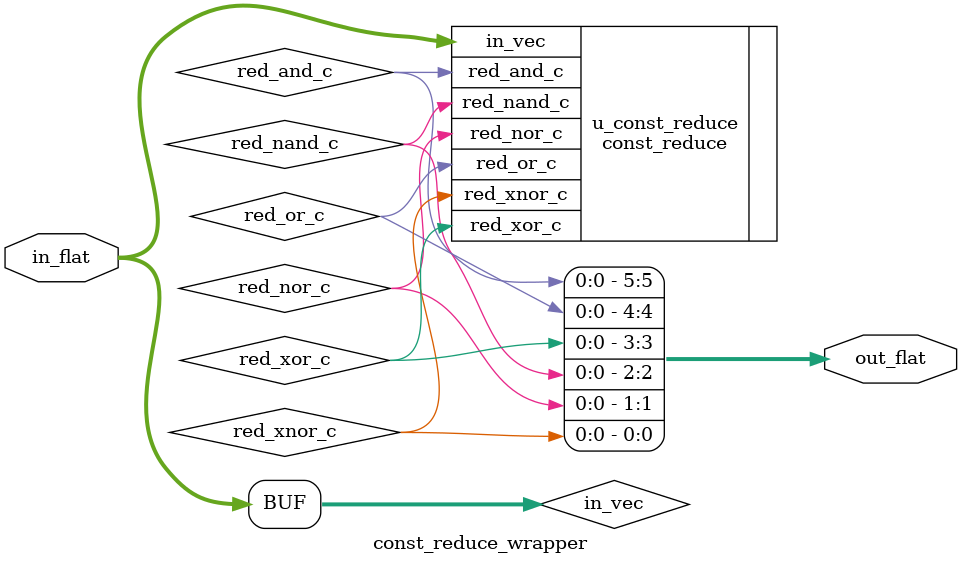
<source format=sv>
`include "const_reduce.sv"

module const_reduce_wrapper (
    input  wire [3:0] in_flat,
    output wire [5:0] out_flat
);

  // Slice `in_flat` into original inputs
  wire [3:0] in_vec = in_flat[3:0];

  // Wires to capture original module outputs
  wire red_and_c;
  wire red_or_c;
  wire red_xor_c;
  wire red_nand_c;
  wire red_nor_c;
  wire red_xnor_c;

  // Instantiate the original module
  const_reduce u_const_reduce (
    .in_vec(in_vec),
    .red_and_c(red_and_c),
    .red_or_c(red_or_c),
    .red_xor_c(red_xor_c),
    .red_nand_c(red_nand_c),
    .red_nor_c(red_nor_c),
    .red_xnor_c(red_xnor_c)
  );

  // Pack original outputs into `out_flat`
  assign out_flat[5] = red_and_c;
  assign out_flat[4] = red_or_c;
  assign out_flat[3] = red_xor_c;
  assign out_flat[2] = red_nand_c;
  assign out_flat[1] = red_nor_c;
  assign out_flat[0] = red_xnor_c;

endmodule  // const_reduce_wrapper
</source>
